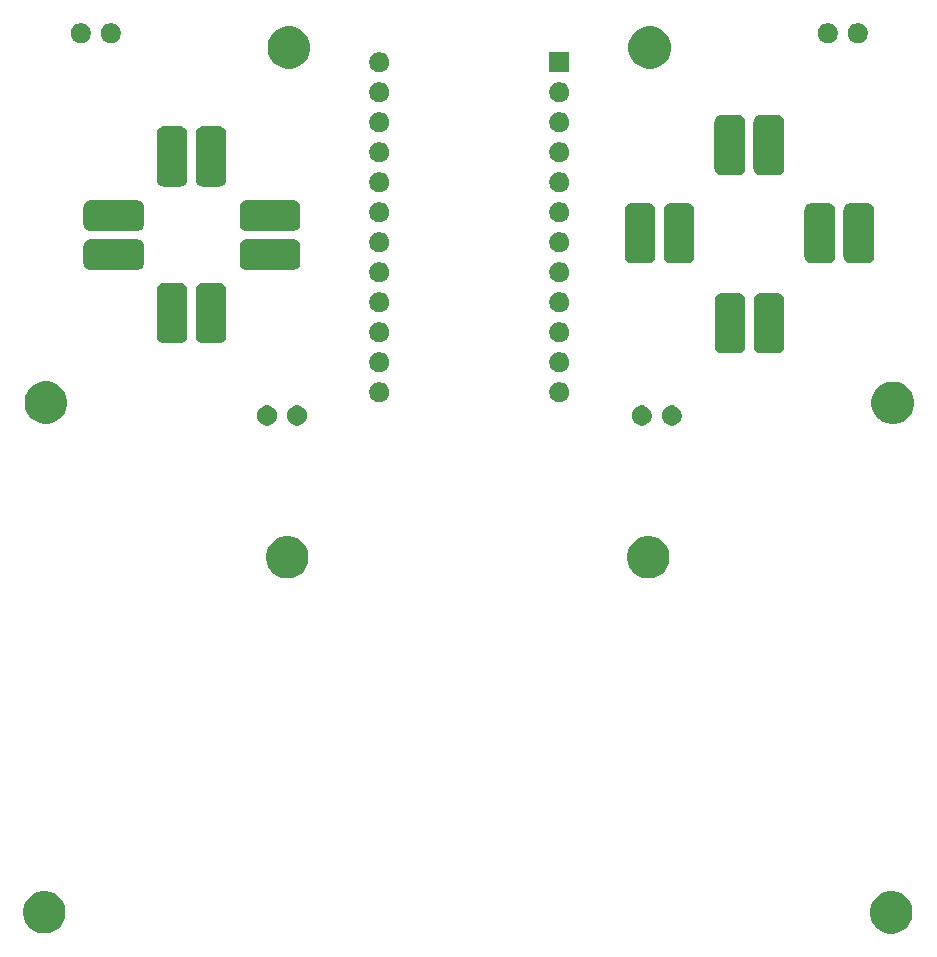
<source format=gbr>
G04 #@! TF.GenerationSoftware,KiCad,Pcbnew,5.0.2+dfsg1-1~bpo9+1*
G04 #@! TF.CreationDate,2019-06-02T18:57:07+01:00*
G04 #@! TF.ProjectId,ds_button_gamepad,64735f62-7574-4746-9f6e-5f67616d6570,rev?*
G04 #@! TF.SameCoordinates,Original*
G04 #@! TF.FileFunction,Soldermask,Top*
G04 #@! TF.FilePolarity,Negative*
%FSLAX46Y46*%
G04 Gerber Fmt 4.6, Leading zero omitted, Abs format (unit mm)*
G04 Created by KiCad (PCBNEW 5.0.2+dfsg1-1~bpo9+1) date Sun 02 Jun 2019 18:57:07 BST*
%MOMM*%
%LPD*%
G01*
G04 APERTURE LIST*
%ADD10C,0.100000*%
G04 APERTURE END LIST*
D10*
G36*
X128820731Y-127224011D02*
X129148492Y-127359774D01*
X129443473Y-127556874D01*
X129694326Y-127807727D01*
X129891426Y-128102708D01*
X130027189Y-128430469D01*
X130096400Y-128778416D01*
X130096400Y-129133184D01*
X130027189Y-129481131D01*
X129891426Y-129808892D01*
X129694326Y-130103873D01*
X129443473Y-130354726D01*
X129148492Y-130551826D01*
X128820731Y-130687589D01*
X128472784Y-130756800D01*
X128118016Y-130756800D01*
X127770069Y-130687589D01*
X127442308Y-130551826D01*
X127147327Y-130354726D01*
X126896474Y-130103873D01*
X126699374Y-129808892D01*
X126563611Y-129481131D01*
X126494400Y-129133184D01*
X126494400Y-128778416D01*
X126563611Y-128430469D01*
X126699374Y-128102708D01*
X126896474Y-127807727D01*
X127147327Y-127556874D01*
X127442308Y-127359774D01*
X127770069Y-127224011D01*
X128118016Y-127154800D01*
X128472784Y-127154800D01*
X128820731Y-127224011D01*
X128820731Y-127224011D01*
G37*
G36*
X57116531Y-127211311D02*
X57444292Y-127347074D01*
X57739273Y-127544174D01*
X57990126Y-127795027D01*
X58187226Y-128090008D01*
X58322989Y-128417769D01*
X58392200Y-128765716D01*
X58392200Y-129120484D01*
X58322989Y-129468431D01*
X58187226Y-129796192D01*
X57990126Y-130091173D01*
X57739273Y-130342026D01*
X57444292Y-130539126D01*
X57116531Y-130674889D01*
X56768584Y-130744100D01*
X56413816Y-130744100D01*
X56065869Y-130674889D01*
X55738108Y-130539126D01*
X55443127Y-130342026D01*
X55192274Y-130091173D01*
X54995174Y-129796192D01*
X54859411Y-129468431D01*
X54790200Y-129120484D01*
X54790200Y-128765716D01*
X54859411Y-128417769D01*
X54995174Y-128090008D01*
X55192274Y-127795027D01*
X55443127Y-127544174D01*
X55738108Y-127347074D01*
X56065869Y-127211311D01*
X56413816Y-127142100D01*
X56768584Y-127142100D01*
X57116531Y-127211311D01*
X57116531Y-127211311D01*
G37*
G36*
X77690531Y-97150411D02*
X78018292Y-97286174D01*
X78313273Y-97483274D01*
X78564126Y-97734127D01*
X78761226Y-98029108D01*
X78896989Y-98356869D01*
X78966200Y-98704816D01*
X78966200Y-99059584D01*
X78896989Y-99407531D01*
X78761226Y-99735292D01*
X78564126Y-100030273D01*
X78313273Y-100281126D01*
X78018292Y-100478226D01*
X77690531Y-100613989D01*
X77342584Y-100683200D01*
X76987816Y-100683200D01*
X76639869Y-100613989D01*
X76312108Y-100478226D01*
X76017127Y-100281126D01*
X75766274Y-100030273D01*
X75569174Y-99735292D01*
X75433411Y-99407531D01*
X75364200Y-99059584D01*
X75364200Y-98704816D01*
X75433411Y-98356869D01*
X75569174Y-98029108D01*
X75766274Y-97734127D01*
X76017127Y-97483274D01*
X76312108Y-97286174D01*
X76639869Y-97150411D01*
X76987816Y-97081200D01*
X77342584Y-97081200D01*
X77690531Y-97150411D01*
X77690531Y-97150411D01*
G37*
G36*
X108246731Y-97150411D02*
X108574492Y-97286174D01*
X108869473Y-97483274D01*
X109120326Y-97734127D01*
X109317426Y-98029108D01*
X109453189Y-98356869D01*
X109522400Y-98704816D01*
X109522400Y-99059584D01*
X109453189Y-99407531D01*
X109317426Y-99735292D01*
X109120326Y-100030273D01*
X108869473Y-100281126D01*
X108574492Y-100478226D01*
X108246731Y-100613989D01*
X107898784Y-100683200D01*
X107544016Y-100683200D01*
X107196069Y-100613989D01*
X106868308Y-100478226D01*
X106573327Y-100281126D01*
X106322474Y-100030273D01*
X106125374Y-99735292D01*
X105989611Y-99407531D01*
X105920400Y-99059584D01*
X105920400Y-98704816D01*
X105989611Y-98356869D01*
X106125374Y-98029108D01*
X106322474Y-97734127D01*
X106573327Y-97483274D01*
X106868308Y-97286174D01*
X107196069Y-97150411D01*
X107544016Y-97081200D01*
X107898784Y-97081200D01*
X108246731Y-97150411D01*
X108246731Y-97150411D01*
G37*
G36*
X107423528Y-86075103D02*
X107578400Y-86139253D01*
X107717781Y-86232385D01*
X107836315Y-86350919D01*
X107929447Y-86490300D01*
X107993597Y-86645172D01*
X108026300Y-86809584D01*
X108026300Y-86977216D01*
X107993597Y-87141628D01*
X107929447Y-87296500D01*
X107836315Y-87435881D01*
X107717781Y-87554415D01*
X107578400Y-87647547D01*
X107423528Y-87711697D01*
X107259116Y-87744400D01*
X107091484Y-87744400D01*
X106927072Y-87711697D01*
X106772200Y-87647547D01*
X106632819Y-87554415D01*
X106514285Y-87435881D01*
X106421153Y-87296500D01*
X106357003Y-87141628D01*
X106324300Y-86977216D01*
X106324300Y-86809584D01*
X106357003Y-86645172D01*
X106421153Y-86490300D01*
X106514285Y-86350919D01*
X106632819Y-86232385D01*
X106772200Y-86139253D01*
X106927072Y-86075103D01*
X107091484Y-86042400D01*
X107259116Y-86042400D01*
X107423528Y-86075103D01*
X107423528Y-86075103D01*
G37*
G36*
X109963528Y-86075103D02*
X110118400Y-86139253D01*
X110257781Y-86232385D01*
X110376315Y-86350919D01*
X110469447Y-86490300D01*
X110533597Y-86645172D01*
X110566300Y-86809584D01*
X110566300Y-86977216D01*
X110533597Y-87141628D01*
X110469447Y-87296500D01*
X110376315Y-87435881D01*
X110257781Y-87554415D01*
X110118400Y-87647547D01*
X109963528Y-87711697D01*
X109799116Y-87744400D01*
X109631484Y-87744400D01*
X109467072Y-87711697D01*
X109312200Y-87647547D01*
X109172819Y-87554415D01*
X109054285Y-87435881D01*
X108961153Y-87296500D01*
X108897003Y-87141628D01*
X108864300Y-86977216D01*
X108864300Y-86809584D01*
X108897003Y-86645172D01*
X108961153Y-86490300D01*
X109054285Y-86350919D01*
X109172819Y-86232385D01*
X109312200Y-86139253D01*
X109467072Y-86075103D01*
X109631484Y-86042400D01*
X109799116Y-86042400D01*
X109963528Y-86075103D01*
X109963528Y-86075103D01*
G37*
G36*
X78251628Y-86075103D02*
X78406500Y-86139253D01*
X78545881Y-86232385D01*
X78664415Y-86350919D01*
X78757547Y-86490300D01*
X78821697Y-86645172D01*
X78854400Y-86809584D01*
X78854400Y-86977216D01*
X78821697Y-87141628D01*
X78757547Y-87296500D01*
X78664415Y-87435881D01*
X78545881Y-87554415D01*
X78406500Y-87647547D01*
X78251628Y-87711697D01*
X78087216Y-87744400D01*
X77919584Y-87744400D01*
X77755172Y-87711697D01*
X77600300Y-87647547D01*
X77460919Y-87554415D01*
X77342385Y-87435881D01*
X77249253Y-87296500D01*
X77185103Y-87141628D01*
X77152400Y-86977216D01*
X77152400Y-86809584D01*
X77185103Y-86645172D01*
X77249253Y-86490300D01*
X77342385Y-86350919D01*
X77460919Y-86232385D01*
X77600300Y-86139253D01*
X77755172Y-86075103D01*
X77919584Y-86042400D01*
X78087216Y-86042400D01*
X78251628Y-86075103D01*
X78251628Y-86075103D01*
G37*
G36*
X75711628Y-86075103D02*
X75866500Y-86139253D01*
X76005881Y-86232385D01*
X76124415Y-86350919D01*
X76217547Y-86490300D01*
X76281697Y-86645172D01*
X76314400Y-86809584D01*
X76314400Y-86977216D01*
X76281697Y-87141628D01*
X76217547Y-87296500D01*
X76124415Y-87435881D01*
X76005881Y-87554415D01*
X75866500Y-87647547D01*
X75711628Y-87711697D01*
X75547216Y-87744400D01*
X75379584Y-87744400D01*
X75215172Y-87711697D01*
X75060300Y-87647547D01*
X74920919Y-87554415D01*
X74802385Y-87435881D01*
X74709253Y-87296500D01*
X74645103Y-87141628D01*
X74612400Y-86977216D01*
X74612400Y-86809584D01*
X74645103Y-86645172D01*
X74709253Y-86490300D01*
X74802385Y-86350919D01*
X74920919Y-86232385D01*
X75060300Y-86139253D01*
X75215172Y-86075103D01*
X75379584Y-86042400D01*
X75547216Y-86042400D01*
X75711628Y-86075103D01*
X75711628Y-86075103D01*
G37*
G36*
X128960431Y-84082111D02*
X129288192Y-84217874D01*
X129583173Y-84414974D01*
X129834026Y-84665827D01*
X130031126Y-84960808D01*
X130166889Y-85288569D01*
X130236100Y-85636516D01*
X130236100Y-85991284D01*
X130166889Y-86339231D01*
X130031126Y-86666992D01*
X129834026Y-86961973D01*
X129583173Y-87212826D01*
X129288192Y-87409926D01*
X128960431Y-87545689D01*
X128612484Y-87614900D01*
X128257716Y-87614900D01*
X127909769Y-87545689D01*
X127582008Y-87409926D01*
X127287027Y-87212826D01*
X127036174Y-86961973D01*
X126839074Y-86666992D01*
X126703311Y-86339231D01*
X126634100Y-85991284D01*
X126634100Y-85636516D01*
X126703311Y-85288569D01*
X126839074Y-84960808D01*
X127036174Y-84665827D01*
X127287027Y-84414974D01*
X127582008Y-84217874D01*
X127909769Y-84082111D01*
X128257716Y-84012900D01*
X128612484Y-84012900D01*
X128960431Y-84082111D01*
X128960431Y-84082111D01*
G37*
G36*
X57256231Y-84069411D02*
X57583992Y-84205174D01*
X57878973Y-84402274D01*
X58129826Y-84653127D01*
X58326926Y-84948108D01*
X58462689Y-85275869D01*
X58531900Y-85623816D01*
X58531900Y-85978584D01*
X58462689Y-86326531D01*
X58326926Y-86654292D01*
X58129826Y-86949273D01*
X57878973Y-87200126D01*
X57583992Y-87397226D01*
X57256231Y-87532989D01*
X56908284Y-87602200D01*
X56553516Y-87602200D01*
X56205569Y-87532989D01*
X55877808Y-87397226D01*
X55582827Y-87200126D01*
X55331974Y-86949273D01*
X55134874Y-86654292D01*
X54999111Y-86326531D01*
X54929900Y-85978584D01*
X54929900Y-85623816D01*
X54999111Y-85275869D01*
X55134874Y-84948108D01*
X55331974Y-84653127D01*
X55582827Y-84402274D01*
X55877808Y-84205174D01*
X56205569Y-84069411D01*
X56553516Y-84000200D01*
X56908284Y-84000200D01*
X57256231Y-84069411D01*
X57256231Y-84069411D01*
G37*
G36*
X85211228Y-84106603D02*
X85366100Y-84170753D01*
X85505481Y-84263885D01*
X85624015Y-84382419D01*
X85717147Y-84521800D01*
X85781297Y-84676672D01*
X85814000Y-84841084D01*
X85814000Y-85008716D01*
X85781297Y-85173128D01*
X85717147Y-85328000D01*
X85624015Y-85467381D01*
X85505481Y-85585915D01*
X85366100Y-85679047D01*
X85211228Y-85743197D01*
X85046816Y-85775900D01*
X84879184Y-85775900D01*
X84714772Y-85743197D01*
X84559900Y-85679047D01*
X84420519Y-85585915D01*
X84301985Y-85467381D01*
X84208853Y-85328000D01*
X84144703Y-85173128D01*
X84112000Y-85008716D01*
X84112000Y-84841084D01*
X84144703Y-84676672D01*
X84208853Y-84521800D01*
X84301985Y-84382419D01*
X84420519Y-84263885D01*
X84559900Y-84170753D01*
X84714772Y-84106603D01*
X84879184Y-84073900D01*
X85046816Y-84073900D01*
X85211228Y-84106603D01*
X85211228Y-84106603D01*
G37*
G36*
X100451228Y-84106603D02*
X100606100Y-84170753D01*
X100745481Y-84263885D01*
X100864015Y-84382419D01*
X100957147Y-84521800D01*
X101021297Y-84676672D01*
X101054000Y-84841084D01*
X101054000Y-85008716D01*
X101021297Y-85173128D01*
X100957147Y-85328000D01*
X100864015Y-85467381D01*
X100745481Y-85585915D01*
X100606100Y-85679047D01*
X100451228Y-85743197D01*
X100286816Y-85775900D01*
X100119184Y-85775900D01*
X99954772Y-85743197D01*
X99799900Y-85679047D01*
X99660519Y-85585915D01*
X99541985Y-85467381D01*
X99448853Y-85328000D01*
X99384703Y-85173128D01*
X99352000Y-85008716D01*
X99352000Y-84841084D01*
X99384703Y-84676672D01*
X99448853Y-84521800D01*
X99541985Y-84382419D01*
X99660519Y-84263885D01*
X99799900Y-84170753D01*
X99954772Y-84106603D01*
X100119184Y-84073900D01*
X100286816Y-84073900D01*
X100451228Y-84106603D01*
X100451228Y-84106603D01*
G37*
G36*
X100451228Y-81566603D02*
X100606100Y-81630753D01*
X100745481Y-81723885D01*
X100864015Y-81842419D01*
X100957147Y-81981800D01*
X101021297Y-82136672D01*
X101054000Y-82301084D01*
X101054000Y-82468716D01*
X101021297Y-82633128D01*
X100957147Y-82788000D01*
X100864015Y-82927381D01*
X100745481Y-83045915D01*
X100606100Y-83139047D01*
X100451228Y-83203197D01*
X100286816Y-83235900D01*
X100119184Y-83235900D01*
X99954772Y-83203197D01*
X99799900Y-83139047D01*
X99660519Y-83045915D01*
X99541985Y-82927381D01*
X99448853Y-82788000D01*
X99384703Y-82633128D01*
X99352000Y-82468716D01*
X99352000Y-82301084D01*
X99384703Y-82136672D01*
X99448853Y-81981800D01*
X99541985Y-81842419D01*
X99660519Y-81723885D01*
X99799900Y-81630753D01*
X99954772Y-81566603D01*
X100119184Y-81533900D01*
X100286816Y-81533900D01*
X100451228Y-81566603D01*
X100451228Y-81566603D01*
G37*
G36*
X85211228Y-81566603D02*
X85366100Y-81630753D01*
X85505481Y-81723885D01*
X85624015Y-81842419D01*
X85717147Y-81981800D01*
X85781297Y-82136672D01*
X85814000Y-82301084D01*
X85814000Y-82468716D01*
X85781297Y-82633128D01*
X85717147Y-82788000D01*
X85624015Y-82927381D01*
X85505481Y-83045915D01*
X85366100Y-83139047D01*
X85211228Y-83203197D01*
X85046816Y-83235900D01*
X84879184Y-83235900D01*
X84714772Y-83203197D01*
X84559900Y-83139047D01*
X84420519Y-83045915D01*
X84301985Y-82927381D01*
X84208853Y-82788000D01*
X84144703Y-82633128D01*
X84112000Y-82468716D01*
X84112000Y-82301084D01*
X84144703Y-82136672D01*
X84208853Y-81981800D01*
X84301985Y-81842419D01*
X84420519Y-81723885D01*
X84559900Y-81630753D01*
X84714772Y-81566603D01*
X84879184Y-81533900D01*
X85046816Y-81533900D01*
X85211228Y-81566603D01*
X85211228Y-81566603D01*
G37*
G36*
X115495891Y-76543791D02*
X115606091Y-76577220D01*
X115707637Y-76631497D01*
X115796651Y-76704549D01*
X115869703Y-76793563D01*
X115923980Y-76895109D01*
X115957409Y-77005309D01*
X115969300Y-77126040D01*
X115969300Y-81039760D01*
X115957409Y-81160491D01*
X115923980Y-81270691D01*
X115869703Y-81372237D01*
X115796651Y-81461251D01*
X115707637Y-81534303D01*
X115606091Y-81588580D01*
X115495891Y-81622009D01*
X115375160Y-81633900D01*
X113961440Y-81633900D01*
X113840709Y-81622009D01*
X113730509Y-81588580D01*
X113628963Y-81534303D01*
X113539949Y-81461251D01*
X113466897Y-81372237D01*
X113412620Y-81270691D01*
X113379191Y-81160491D01*
X113367300Y-81039760D01*
X113367300Y-77126040D01*
X113379191Y-77005309D01*
X113412620Y-76895109D01*
X113466897Y-76793563D01*
X113539949Y-76704549D01*
X113628963Y-76631497D01*
X113730509Y-76577220D01*
X113840709Y-76543791D01*
X113961440Y-76531900D01*
X115375160Y-76531900D01*
X115495891Y-76543791D01*
X115495891Y-76543791D01*
G37*
G36*
X118797891Y-76543791D02*
X118908091Y-76577220D01*
X119009637Y-76631497D01*
X119098651Y-76704549D01*
X119171703Y-76793563D01*
X119225980Y-76895109D01*
X119259409Y-77005309D01*
X119271300Y-77126040D01*
X119271300Y-81039760D01*
X119259409Y-81160491D01*
X119225980Y-81270691D01*
X119171703Y-81372237D01*
X119098651Y-81461251D01*
X119009637Y-81534303D01*
X118908091Y-81588580D01*
X118797891Y-81622009D01*
X118677160Y-81633900D01*
X117263440Y-81633900D01*
X117142709Y-81622009D01*
X117032509Y-81588580D01*
X116930963Y-81534303D01*
X116841949Y-81461251D01*
X116768897Y-81372237D01*
X116714620Y-81270691D01*
X116681191Y-81160491D01*
X116669300Y-81039760D01*
X116669300Y-77126040D01*
X116681191Y-77005309D01*
X116714620Y-76895109D01*
X116768897Y-76793563D01*
X116841949Y-76704549D01*
X116930963Y-76631497D01*
X117032509Y-76577220D01*
X117142709Y-76543791D01*
X117263440Y-76531900D01*
X118677160Y-76531900D01*
X118797891Y-76543791D01*
X118797891Y-76543791D01*
G37*
G36*
X71553891Y-75654791D02*
X71664091Y-75688220D01*
X71765637Y-75742497D01*
X71854651Y-75815549D01*
X71927703Y-75904563D01*
X71981980Y-76006109D01*
X72015409Y-76116309D01*
X72027300Y-76237040D01*
X72027300Y-80150760D01*
X72015409Y-80271491D01*
X71981980Y-80381691D01*
X71927703Y-80483237D01*
X71854651Y-80572251D01*
X71765637Y-80645303D01*
X71664091Y-80699580D01*
X71553891Y-80733009D01*
X71433160Y-80744900D01*
X70019440Y-80744900D01*
X69898709Y-80733009D01*
X69788509Y-80699580D01*
X69686963Y-80645303D01*
X69597949Y-80572251D01*
X69524897Y-80483237D01*
X69470620Y-80381691D01*
X69437191Y-80271491D01*
X69425300Y-80150760D01*
X69425300Y-76237040D01*
X69437191Y-76116309D01*
X69470620Y-76006109D01*
X69524897Y-75904563D01*
X69597949Y-75815549D01*
X69686963Y-75742497D01*
X69788509Y-75688220D01*
X69898709Y-75654791D01*
X70019440Y-75642900D01*
X71433160Y-75642900D01*
X71553891Y-75654791D01*
X71553891Y-75654791D01*
G37*
G36*
X68251891Y-75654791D02*
X68362091Y-75688220D01*
X68463637Y-75742497D01*
X68552651Y-75815549D01*
X68625703Y-75904563D01*
X68679980Y-76006109D01*
X68713409Y-76116309D01*
X68725300Y-76237040D01*
X68725300Y-80150760D01*
X68713409Y-80271491D01*
X68679980Y-80381691D01*
X68625703Y-80483237D01*
X68552651Y-80572251D01*
X68463637Y-80645303D01*
X68362091Y-80699580D01*
X68251891Y-80733009D01*
X68131160Y-80744900D01*
X66717440Y-80744900D01*
X66596709Y-80733009D01*
X66486509Y-80699580D01*
X66384963Y-80645303D01*
X66295949Y-80572251D01*
X66222897Y-80483237D01*
X66168620Y-80381691D01*
X66135191Y-80271491D01*
X66123300Y-80150760D01*
X66123300Y-76237040D01*
X66135191Y-76116309D01*
X66168620Y-76006109D01*
X66222897Y-75904563D01*
X66295949Y-75815549D01*
X66384963Y-75742497D01*
X66486509Y-75688220D01*
X66596709Y-75654791D01*
X66717440Y-75642900D01*
X68131160Y-75642900D01*
X68251891Y-75654791D01*
X68251891Y-75654791D01*
G37*
G36*
X100451228Y-79026603D02*
X100606100Y-79090753D01*
X100745481Y-79183885D01*
X100864015Y-79302419D01*
X100957147Y-79441800D01*
X101021297Y-79596672D01*
X101054000Y-79761084D01*
X101054000Y-79928716D01*
X101021297Y-80093128D01*
X100957147Y-80248000D01*
X100864015Y-80387381D01*
X100745481Y-80505915D01*
X100606100Y-80599047D01*
X100451228Y-80663197D01*
X100286816Y-80695900D01*
X100119184Y-80695900D01*
X99954772Y-80663197D01*
X99799900Y-80599047D01*
X99660519Y-80505915D01*
X99541985Y-80387381D01*
X99448853Y-80248000D01*
X99384703Y-80093128D01*
X99352000Y-79928716D01*
X99352000Y-79761084D01*
X99384703Y-79596672D01*
X99448853Y-79441800D01*
X99541985Y-79302419D01*
X99660519Y-79183885D01*
X99799900Y-79090753D01*
X99954772Y-79026603D01*
X100119184Y-78993900D01*
X100286816Y-78993900D01*
X100451228Y-79026603D01*
X100451228Y-79026603D01*
G37*
G36*
X85211228Y-79026603D02*
X85366100Y-79090753D01*
X85505481Y-79183885D01*
X85624015Y-79302419D01*
X85717147Y-79441800D01*
X85781297Y-79596672D01*
X85814000Y-79761084D01*
X85814000Y-79928716D01*
X85781297Y-80093128D01*
X85717147Y-80248000D01*
X85624015Y-80387381D01*
X85505481Y-80505915D01*
X85366100Y-80599047D01*
X85211228Y-80663197D01*
X85046816Y-80695900D01*
X84879184Y-80695900D01*
X84714772Y-80663197D01*
X84559900Y-80599047D01*
X84420519Y-80505915D01*
X84301985Y-80387381D01*
X84208853Y-80248000D01*
X84144703Y-80093128D01*
X84112000Y-79928716D01*
X84112000Y-79761084D01*
X84144703Y-79596672D01*
X84208853Y-79441800D01*
X84301985Y-79302419D01*
X84420519Y-79183885D01*
X84559900Y-79090753D01*
X84714772Y-79026603D01*
X84879184Y-78993900D01*
X85046816Y-78993900D01*
X85211228Y-79026603D01*
X85211228Y-79026603D01*
G37*
G36*
X100451228Y-76486603D02*
X100606100Y-76550753D01*
X100745481Y-76643885D01*
X100864015Y-76762419D01*
X100957147Y-76901800D01*
X101021297Y-77056672D01*
X101054000Y-77221084D01*
X101054000Y-77388716D01*
X101021297Y-77553128D01*
X100957147Y-77708000D01*
X100864015Y-77847381D01*
X100745481Y-77965915D01*
X100606100Y-78059047D01*
X100451228Y-78123197D01*
X100286816Y-78155900D01*
X100119184Y-78155900D01*
X99954772Y-78123197D01*
X99799900Y-78059047D01*
X99660519Y-77965915D01*
X99541985Y-77847381D01*
X99448853Y-77708000D01*
X99384703Y-77553128D01*
X99352000Y-77388716D01*
X99352000Y-77221084D01*
X99384703Y-77056672D01*
X99448853Y-76901800D01*
X99541985Y-76762419D01*
X99660519Y-76643885D01*
X99799900Y-76550753D01*
X99954772Y-76486603D01*
X100119184Y-76453900D01*
X100286816Y-76453900D01*
X100451228Y-76486603D01*
X100451228Y-76486603D01*
G37*
G36*
X85211228Y-76486603D02*
X85366100Y-76550753D01*
X85505481Y-76643885D01*
X85624015Y-76762419D01*
X85717147Y-76901800D01*
X85781297Y-77056672D01*
X85814000Y-77221084D01*
X85814000Y-77388716D01*
X85781297Y-77553128D01*
X85717147Y-77708000D01*
X85624015Y-77847381D01*
X85505481Y-77965915D01*
X85366100Y-78059047D01*
X85211228Y-78123197D01*
X85046816Y-78155900D01*
X84879184Y-78155900D01*
X84714772Y-78123197D01*
X84559900Y-78059047D01*
X84420519Y-77965915D01*
X84301985Y-77847381D01*
X84208853Y-77708000D01*
X84144703Y-77553128D01*
X84112000Y-77388716D01*
X84112000Y-77221084D01*
X84144703Y-77056672D01*
X84208853Y-76901800D01*
X84301985Y-76762419D01*
X84420519Y-76643885D01*
X84559900Y-76550753D01*
X84714772Y-76486603D01*
X84879184Y-76453900D01*
X85046816Y-76453900D01*
X85211228Y-76486603D01*
X85211228Y-76486603D01*
G37*
G36*
X100451228Y-73946603D02*
X100606100Y-74010753D01*
X100745481Y-74103885D01*
X100864015Y-74222419D01*
X100957147Y-74361800D01*
X101021297Y-74516672D01*
X101054000Y-74681084D01*
X101054000Y-74848716D01*
X101021297Y-75013128D01*
X100957147Y-75168000D01*
X100864015Y-75307381D01*
X100745481Y-75425915D01*
X100606100Y-75519047D01*
X100451228Y-75583197D01*
X100286816Y-75615900D01*
X100119184Y-75615900D01*
X99954772Y-75583197D01*
X99799900Y-75519047D01*
X99660519Y-75425915D01*
X99541985Y-75307381D01*
X99448853Y-75168000D01*
X99384703Y-75013128D01*
X99352000Y-74848716D01*
X99352000Y-74681084D01*
X99384703Y-74516672D01*
X99448853Y-74361800D01*
X99541985Y-74222419D01*
X99660519Y-74103885D01*
X99799900Y-74010753D01*
X99954772Y-73946603D01*
X100119184Y-73913900D01*
X100286816Y-73913900D01*
X100451228Y-73946603D01*
X100451228Y-73946603D01*
G37*
G36*
X85211228Y-73946603D02*
X85366100Y-74010753D01*
X85505481Y-74103885D01*
X85624015Y-74222419D01*
X85717147Y-74361800D01*
X85781297Y-74516672D01*
X85814000Y-74681084D01*
X85814000Y-74848716D01*
X85781297Y-75013128D01*
X85717147Y-75168000D01*
X85624015Y-75307381D01*
X85505481Y-75425915D01*
X85366100Y-75519047D01*
X85211228Y-75583197D01*
X85046816Y-75615900D01*
X84879184Y-75615900D01*
X84714772Y-75583197D01*
X84559900Y-75519047D01*
X84420519Y-75425915D01*
X84301985Y-75307381D01*
X84208853Y-75168000D01*
X84144703Y-75013128D01*
X84112000Y-74848716D01*
X84112000Y-74681084D01*
X84144703Y-74516672D01*
X84208853Y-74361800D01*
X84301985Y-74222419D01*
X84420519Y-74103885D01*
X84559900Y-74010753D01*
X84714772Y-73946603D01*
X84879184Y-73913900D01*
X85046816Y-73913900D01*
X85211228Y-73946603D01*
X85211228Y-73946603D01*
G37*
G36*
X64548891Y-71964491D02*
X64659091Y-71997920D01*
X64760637Y-72052197D01*
X64849651Y-72125249D01*
X64922703Y-72214263D01*
X64976980Y-72315809D01*
X65010409Y-72426009D01*
X65022300Y-72546740D01*
X65022300Y-73960460D01*
X65010409Y-74081191D01*
X64976980Y-74191391D01*
X64922703Y-74292937D01*
X64849651Y-74381951D01*
X64760637Y-74455003D01*
X64659091Y-74509280D01*
X64548891Y-74542709D01*
X64428160Y-74554600D01*
X60514440Y-74554600D01*
X60393709Y-74542709D01*
X60283509Y-74509280D01*
X60181963Y-74455003D01*
X60092949Y-74381951D01*
X60019897Y-74292937D01*
X59965620Y-74191391D01*
X59932191Y-74081191D01*
X59920300Y-73960460D01*
X59920300Y-72546740D01*
X59932191Y-72426009D01*
X59965620Y-72315809D01*
X60019897Y-72214263D01*
X60092949Y-72125249D01*
X60181963Y-72052197D01*
X60283509Y-71997920D01*
X60393709Y-71964491D01*
X60514440Y-71952600D01*
X64428160Y-71952600D01*
X64548891Y-71964491D01*
X64548891Y-71964491D01*
G37*
G36*
X77782291Y-71964491D02*
X77892491Y-71997920D01*
X77994037Y-72052197D01*
X78083051Y-72125249D01*
X78156103Y-72214263D01*
X78210380Y-72315809D01*
X78243809Y-72426009D01*
X78255700Y-72546740D01*
X78255700Y-73960460D01*
X78243809Y-74081191D01*
X78210380Y-74191391D01*
X78156103Y-74292937D01*
X78083051Y-74381951D01*
X77994037Y-74455003D01*
X77892491Y-74509280D01*
X77782291Y-74542709D01*
X77661560Y-74554600D01*
X73747840Y-74554600D01*
X73627109Y-74542709D01*
X73516909Y-74509280D01*
X73415363Y-74455003D01*
X73326349Y-74381951D01*
X73253297Y-74292937D01*
X73199020Y-74191391D01*
X73165591Y-74081191D01*
X73153700Y-73960460D01*
X73153700Y-72546740D01*
X73165591Y-72426009D01*
X73199020Y-72315809D01*
X73253297Y-72214263D01*
X73326349Y-72125249D01*
X73415363Y-72052197D01*
X73516909Y-71997920D01*
X73627109Y-71964491D01*
X73747840Y-71952600D01*
X77661560Y-71952600D01*
X77782291Y-71964491D01*
X77782291Y-71964491D01*
G37*
G36*
X123090491Y-68911091D02*
X123200691Y-68944520D01*
X123302237Y-68998797D01*
X123391251Y-69071849D01*
X123464303Y-69160863D01*
X123518580Y-69262409D01*
X123552009Y-69372609D01*
X123563900Y-69493340D01*
X123563900Y-73407060D01*
X123552009Y-73527791D01*
X123518580Y-73637991D01*
X123464303Y-73739537D01*
X123391251Y-73828551D01*
X123302237Y-73901603D01*
X123200691Y-73955880D01*
X123090491Y-73989309D01*
X122969760Y-74001200D01*
X121556040Y-74001200D01*
X121435309Y-73989309D01*
X121325109Y-73955880D01*
X121223563Y-73901603D01*
X121134549Y-73828551D01*
X121061497Y-73739537D01*
X121007220Y-73637991D01*
X120973791Y-73527791D01*
X120961900Y-73407060D01*
X120961900Y-69493340D01*
X120973791Y-69372609D01*
X121007220Y-69262409D01*
X121061497Y-69160863D01*
X121134549Y-69071849D01*
X121223563Y-68998797D01*
X121325109Y-68944520D01*
X121435309Y-68911091D01*
X121556040Y-68899200D01*
X122969760Y-68899200D01*
X123090491Y-68911091D01*
X123090491Y-68911091D01*
G37*
G36*
X107875891Y-68911091D02*
X107986091Y-68944520D01*
X108087637Y-68998797D01*
X108176651Y-69071849D01*
X108249703Y-69160863D01*
X108303980Y-69262409D01*
X108337409Y-69372609D01*
X108349300Y-69493340D01*
X108349300Y-73407060D01*
X108337409Y-73527791D01*
X108303980Y-73637991D01*
X108249703Y-73739537D01*
X108176651Y-73828551D01*
X108087637Y-73901603D01*
X107986091Y-73955880D01*
X107875891Y-73989309D01*
X107755160Y-74001200D01*
X106341440Y-74001200D01*
X106220709Y-73989309D01*
X106110509Y-73955880D01*
X106008963Y-73901603D01*
X105919949Y-73828551D01*
X105846897Y-73739537D01*
X105792620Y-73637991D01*
X105759191Y-73527791D01*
X105747300Y-73407060D01*
X105747300Y-69493340D01*
X105759191Y-69372609D01*
X105792620Y-69262409D01*
X105846897Y-69160863D01*
X105919949Y-69071849D01*
X106008963Y-68998797D01*
X106110509Y-68944520D01*
X106220709Y-68911091D01*
X106341440Y-68899200D01*
X107755160Y-68899200D01*
X107875891Y-68911091D01*
X107875891Y-68911091D01*
G37*
G36*
X126392491Y-68911091D02*
X126502691Y-68944520D01*
X126604237Y-68998797D01*
X126693251Y-69071849D01*
X126766303Y-69160863D01*
X126820580Y-69262409D01*
X126854009Y-69372609D01*
X126865900Y-69493340D01*
X126865900Y-73407060D01*
X126854009Y-73527791D01*
X126820580Y-73637991D01*
X126766303Y-73739537D01*
X126693251Y-73828551D01*
X126604237Y-73901603D01*
X126502691Y-73955880D01*
X126392491Y-73989309D01*
X126271760Y-74001200D01*
X124858040Y-74001200D01*
X124737309Y-73989309D01*
X124627109Y-73955880D01*
X124525563Y-73901603D01*
X124436549Y-73828551D01*
X124363497Y-73739537D01*
X124309220Y-73637991D01*
X124275791Y-73527791D01*
X124263900Y-73407060D01*
X124263900Y-69493340D01*
X124275791Y-69372609D01*
X124309220Y-69262409D01*
X124363497Y-69160863D01*
X124436549Y-69071849D01*
X124525563Y-68998797D01*
X124627109Y-68944520D01*
X124737309Y-68911091D01*
X124858040Y-68899200D01*
X126271760Y-68899200D01*
X126392491Y-68911091D01*
X126392491Y-68911091D01*
G37*
G36*
X111177891Y-68911091D02*
X111288091Y-68944520D01*
X111389637Y-68998797D01*
X111478651Y-69071849D01*
X111551703Y-69160863D01*
X111605980Y-69262409D01*
X111639409Y-69372609D01*
X111651300Y-69493340D01*
X111651300Y-73407060D01*
X111639409Y-73527791D01*
X111605980Y-73637991D01*
X111551703Y-73739537D01*
X111478651Y-73828551D01*
X111389637Y-73901603D01*
X111288091Y-73955880D01*
X111177891Y-73989309D01*
X111057160Y-74001200D01*
X109643440Y-74001200D01*
X109522709Y-73989309D01*
X109412509Y-73955880D01*
X109310963Y-73901603D01*
X109221949Y-73828551D01*
X109148897Y-73739537D01*
X109094620Y-73637991D01*
X109061191Y-73527791D01*
X109049300Y-73407060D01*
X109049300Y-69493340D01*
X109061191Y-69372609D01*
X109094620Y-69262409D01*
X109148897Y-69160863D01*
X109221949Y-69071849D01*
X109310963Y-68998797D01*
X109412509Y-68944520D01*
X109522709Y-68911091D01*
X109643440Y-68899200D01*
X111057160Y-68899200D01*
X111177891Y-68911091D01*
X111177891Y-68911091D01*
G37*
G36*
X100451228Y-71406603D02*
X100606100Y-71470753D01*
X100745481Y-71563885D01*
X100864015Y-71682419D01*
X100957147Y-71821800D01*
X101021297Y-71976672D01*
X101054000Y-72141084D01*
X101054000Y-72308716D01*
X101021297Y-72473128D01*
X100957147Y-72628000D01*
X100864015Y-72767381D01*
X100745481Y-72885915D01*
X100606100Y-72979047D01*
X100451228Y-73043197D01*
X100286816Y-73075900D01*
X100119184Y-73075900D01*
X99954772Y-73043197D01*
X99799900Y-72979047D01*
X99660519Y-72885915D01*
X99541985Y-72767381D01*
X99448853Y-72628000D01*
X99384703Y-72473128D01*
X99352000Y-72308716D01*
X99352000Y-72141084D01*
X99384703Y-71976672D01*
X99448853Y-71821800D01*
X99541985Y-71682419D01*
X99660519Y-71563885D01*
X99799900Y-71470753D01*
X99954772Y-71406603D01*
X100119184Y-71373900D01*
X100286816Y-71373900D01*
X100451228Y-71406603D01*
X100451228Y-71406603D01*
G37*
G36*
X85211228Y-71406603D02*
X85366100Y-71470753D01*
X85505481Y-71563885D01*
X85624015Y-71682419D01*
X85717147Y-71821800D01*
X85781297Y-71976672D01*
X85814000Y-72141084D01*
X85814000Y-72308716D01*
X85781297Y-72473128D01*
X85717147Y-72628000D01*
X85624015Y-72767381D01*
X85505481Y-72885915D01*
X85366100Y-72979047D01*
X85211228Y-73043197D01*
X85046816Y-73075900D01*
X84879184Y-73075900D01*
X84714772Y-73043197D01*
X84559900Y-72979047D01*
X84420519Y-72885915D01*
X84301985Y-72767381D01*
X84208853Y-72628000D01*
X84144703Y-72473128D01*
X84112000Y-72308716D01*
X84112000Y-72141084D01*
X84144703Y-71976672D01*
X84208853Y-71821800D01*
X84301985Y-71682419D01*
X84420519Y-71563885D01*
X84559900Y-71470753D01*
X84714772Y-71406603D01*
X84879184Y-71373900D01*
X85046816Y-71373900D01*
X85211228Y-71406603D01*
X85211228Y-71406603D01*
G37*
G36*
X77782291Y-68662491D02*
X77892491Y-68695920D01*
X77994037Y-68750197D01*
X78083051Y-68823249D01*
X78156103Y-68912263D01*
X78210380Y-69013809D01*
X78243809Y-69124009D01*
X78255700Y-69244740D01*
X78255700Y-70658460D01*
X78243809Y-70779191D01*
X78210380Y-70889391D01*
X78156103Y-70990937D01*
X78083051Y-71079951D01*
X77994037Y-71153003D01*
X77892491Y-71207280D01*
X77782291Y-71240709D01*
X77661560Y-71252600D01*
X73747840Y-71252600D01*
X73627109Y-71240709D01*
X73516909Y-71207280D01*
X73415363Y-71153003D01*
X73326349Y-71079951D01*
X73253297Y-70990937D01*
X73199020Y-70889391D01*
X73165591Y-70779191D01*
X73153700Y-70658460D01*
X73153700Y-69244740D01*
X73165591Y-69124009D01*
X73199020Y-69013809D01*
X73253297Y-68912263D01*
X73326349Y-68823249D01*
X73415363Y-68750197D01*
X73516909Y-68695920D01*
X73627109Y-68662491D01*
X73747840Y-68650600D01*
X77661560Y-68650600D01*
X77782291Y-68662491D01*
X77782291Y-68662491D01*
G37*
G36*
X64548891Y-68662491D02*
X64659091Y-68695920D01*
X64760637Y-68750197D01*
X64849651Y-68823249D01*
X64922703Y-68912263D01*
X64976980Y-69013809D01*
X65010409Y-69124009D01*
X65022300Y-69244740D01*
X65022300Y-70658460D01*
X65010409Y-70779191D01*
X64976980Y-70889391D01*
X64922703Y-70990937D01*
X64849651Y-71079951D01*
X64760637Y-71153003D01*
X64659091Y-71207280D01*
X64548891Y-71240709D01*
X64428160Y-71252600D01*
X60514440Y-71252600D01*
X60393709Y-71240709D01*
X60283509Y-71207280D01*
X60181963Y-71153003D01*
X60092949Y-71079951D01*
X60019897Y-70990937D01*
X59965620Y-70889391D01*
X59932191Y-70779191D01*
X59920300Y-70658460D01*
X59920300Y-69244740D01*
X59932191Y-69124009D01*
X59965620Y-69013809D01*
X60019897Y-68912263D01*
X60092949Y-68823249D01*
X60181963Y-68750197D01*
X60283509Y-68695920D01*
X60393709Y-68662491D01*
X60514440Y-68650600D01*
X64428160Y-68650600D01*
X64548891Y-68662491D01*
X64548891Y-68662491D01*
G37*
G36*
X100451228Y-68866603D02*
X100606100Y-68930753D01*
X100745481Y-69023885D01*
X100864015Y-69142419D01*
X100957147Y-69281800D01*
X101021297Y-69436672D01*
X101054000Y-69601084D01*
X101054000Y-69768716D01*
X101021297Y-69933128D01*
X100957147Y-70088000D01*
X100864015Y-70227381D01*
X100745481Y-70345915D01*
X100606100Y-70439047D01*
X100451228Y-70503197D01*
X100286816Y-70535900D01*
X100119184Y-70535900D01*
X99954772Y-70503197D01*
X99799900Y-70439047D01*
X99660519Y-70345915D01*
X99541985Y-70227381D01*
X99448853Y-70088000D01*
X99384703Y-69933128D01*
X99352000Y-69768716D01*
X99352000Y-69601084D01*
X99384703Y-69436672D01*
X99448853Y-69281800D01*
X99541985Y-69142419D01*
X99660519Y-69023885D01*
X99799900Y-68930753D01*
X99954772Y-68866603D01*
X100119184Y-68833900D01*
X100286816Y-68833900D01*
X100451228Y-68866603D01*
X100451228Y-68866603D01*
G37*
G36*
X85211228Y-68866603D02*
X85366100Y-68930753D01*
X85505481Y-69023885D01*
X85624015Y-69142419D01*
X85717147Y-69281800D01*
X85781297Y-69436672D01*
X85814000Y-69601084D01*
X85814000Y-69768716D01*
X85781297Y-69933128D01*
X85717147Y-70088000D01*
X85624015Y-70227381D01*
X85505481Y-70345915D01*
X85366100Y-70439047D01*
X85211228Y-70503197D01*
X85046816Y-70535900D01*
X84879184Y-70535900D01*
X84714772Y-70503197D01*
X84559900Y-70439047D01*
X84420519Y-70345915D01*
X84301985Y-70227381D01*
X84208853Y-70088000D01*
X84144703Y-69933128D01*
X84112000Y-69768716D01*
X84112000Y-69601084D01*
X84144703Y-69436672D01*
X84208853Y-69281800D01*
X84301985Y-69142419D01*
X84420519Y-69023885D01*
X84559900Y-68930753D01*
X84714772Y-68866603D01*
X84879184Y-68833900D01*
X85046816Y-68833900D01*
X85211228Y-68866603D01*
X85211228Y-68866603D01*
G37*
G36*
X85211228Y-66326603D02*
X85366100Y-66390753D01*
X85505481Y-66483885D01*
X85624015Y-66602419D01*
X85717147Y-66741800D01*
X85781297Y-66896672D01*
X85814000Y-67061084D01*
X85814000Y-67228716D01*
X85781297Y-67393128D01*
X85717147Y-67548000D01*
X85624015Y-67687381D01*
X85505481Y-67805915D01*
X85366100Y-67899047D01*
X85211228Y-67963197D01*
X85046816Y-67995900D01*
X84879184Y-67995900D01*
X84714772Y-67963197D01*
X84559900Y-67899047D01*
X84420519Y-67805915D01*
X84301985Y-67687381D01*
X84208853Y-67548000D01*
X84144703Y-67393128D01*
X84112000Y-67228716D01*
X84112000Y-67061084D01*
X84144703Y-66896672D01*
X84208853Y-66741800D01*
X84301985Y-66602419D01*
X84420519Y-66483885D01*
X84559900Y-66390753D01*
X84714772Y-66326603D01*
X84879184Y-66293900D01*
X85046816Y-66293900D01*
X85211228Y-66326603D01*
X85211228Y-66326603D01*
G37*
G36*
X100451228Y-66326603D02*
X100606100Y-66390753D01*
X100745481Y-66483885D01*
X100864015Y-66602419D01*
X100957147Y-66741800D01*
X101021297Y-66896672D01*
X101054000Y-67061084D01*
X101054000Y-67228716D01*
X101021297Y-67393128D01*
X100957147Y-67548000D01*
X100864015Y-67687381D01*
X100745481Y-67805915D01*
X100606100Y-67899047D01*
X100451228Y-67963197D01*
X100286816Y-67995900D01*
X100119184Y-67995900D01*
X99954772Y-67963197D01*
X99799900Y-67899047D01*
X99660519Y-67805915D01*
X99541985Y-67687381D01*
X99448853Y-67548000D01*
X99384703Y-67393128D01*
X99352000Y-67228716D01*
X99352000Y-67061084D01*
X99384703Y-66896672D01*
X99448853Y-66741800D01*
X99541985Y-66602419D01*
X99660519Y-66483885D01*
X99799900Y-66390753D01*
X99954772Y-66326603D01*
X100119184Y-66293900D01*
X100286816Y-66293900D01*
X100451228Y-66326603D01*
X100451228Y-66326603D01*
G37*
G36*
X68251891Y-62421391D02*
X68362091Y-62454820D01*
X68463637Y-62509097D01*
X68552651Y-62582149D01*
X68625703Y-62671163D01*
X68679980Y-62772709D01*
X68713409Y-62882909D01*
X68725300Y-63003640D01*
X68725300Y-66917360D01*
X68713409Y-67038091D01*
X68679980Y-67148291D01*
X68625703Y-67249837D01*
X68552651Y-67338851D01*
X68463637Y-67411903D01*
X68362091Y-67466180D01*
X68251891Y-67499609D01*
X68131160Y-67511500D01*
X66717440Y-67511500D01*
X66596709Y-67499609D01*
X66486509Y-67466180D01*
X66384963Y-67411903D01*
X66295949Y-67338851D01*
X66222897Y-67249837D01*
X66168620Y-67148291D01*
X66135191Y-67038091D01*
X66123300Y-66917360D01*
X66123300Y-63003640D01*
X66135191Y-62882909D01*
X66168620Y-62772709D01*
X66222897Y-62671163D01*
X66295949Y-62582149D01*
X66384963Y-62509097D01*
X66486509Y-62454820D01*
X66596709Y-62421391D01*
X66717440Y-62409500D01*
X68131160Y-62409500D01*
X68251891Y-62421391D01*
X68251891Y-62421391D01*
G37*
G36*
X71553891Y-62421391D02*
X71664091Y-62454820D01*
X71765637Y-62509097D01*
X71854651Y-62582149D01*
X71927703Y-62671163D01*
X71981980Y-62772709D01*
X72015409Y-62882909D01*
X72027300Y-63003640D01*
X72027300Y-66917360D01*
X72015409Y-67038091D01*
X71981980Y-67148291D01*
X71927703Y-67249837D01*
X71854651Y-67338851D01*
X71765637Y-67411903D01*
X71664091Y-67466180D01*
X71553891Y-67499609D01*
X71433160Y-67511500D01*
X70019440Y-67511500D01*
X69898709Y-67499609D01*
X69788509Y-67466180D01*
X69686963Y-67411903D01*
X69597949Y-67338851D01*
X69524897Y-67249837D01*
X69470620Y-67148291D01*
X69437191Y-67038091D01*
X69425300Y-66917360D01*
X69425300Y-63003640D01*
X69437191Y-62882909D01*
X69470620Y-62772709D01*
X69524897Y-62671163D01*
X69597949Y-62582149D01*
X69686963Y-62509097D01*
X69788509Y-62454820D01*
X69898709Y-62421391D01*
X70019440Y-62409500D01*
X71433160Y-62409500D01*
X71553891Y-62421391D01*
X71553891Y-62421391D01*
G37*
G36*
X115470491Y-61456191D02*
X115580691Y-61489620D01*
X115682237Y-61543897D01*
X115771251Y-61616949D01*
X115844303Y-61705963D01*
X115898580Y-61807509D01*
X115932009Y-61917709D01*
X115943900Y-62038440D01*
X115943900Y-65952160D01*
X115932009Y-66072891D01*
X115898580Y-66183091D01*
X115844303Y-66284637D01*
X115771251Y-66373651D01*
X115682237Y-66446703D01*
X115580691Y-66500980D01*
X115470491Y-66534409D01*
X115349760Y-66546300D01*
X113936040Y-66546300D01*
X113815309Y-66534409D01*
X113705109Y-66500980D01*
X113603563Y-66446703D01*
X113514549Y-66373651D01*
X113441497Y-66284637D01*
X113387220Y-66183091D01*
X113353791Y-66072891D01*
X113341900Y-65952160D01*
X113341900Y-62038440D01*
X113353791Y-61917709D01*
X113387220Y-61807509D01*
X113441497Y-61705963D01*
X113514549Y-61616949D01*
X113603563Y-61543897D01*
X113705109Y-61489620D01*
X113815309Y-61456191D01*
X113936040Y-61444300D01*
X115349760Y-61444300D01*
X115470491Y-61456191D01*
X115470491Y-61456191D01*
G37*
G36*
X118772491Y-61456191D02*
X118882691Y-61489620D01*
X118984237Y-61543897D01*
X119073251Y-61616949D01*
X119146303Y-61705963D01*
X119200580Y-61807509D01*
X119234009Y-61917709D01*
X119245900Y-62038440D01*
X119245900Y-65952160D01*
X119234009Y-66072891D01*
X119200580Y-66183091D01*
X119146303Y-66284637D01*
X119073251Y-66373651D01*
X118984237Y-66446703D01*
X118882691Y-66500980D01*
X118772491Y-66534409D01*
X118651760Y-66546300D01*
X117238040Y-66546300D01*
X117117309Y-66534409D01*
X117007109Y-66500980D01*
X116905563Y-66446703D01*
X116816549Y-66373651D01*
X116743497Y-66284637D01*
X116689220Y-66183091D01*
X116655791Y-66072891D01*
X116643900Y-65952160D01*
X116643900Y-62038440D01*
X116655791Y-61917709D01*
X116689220Y-61807509D01*
X116743497Y-61705963D01*
X116816549Y-61616949D01*
X116905563Y-61543897D01*
X117007109Y-61489620D01*
X117117309Y-61456191D01*
X117238040Y-61444300D01*
X118651760Y-61444300D01*
X118772491Y-61456191D01*
X118772491Y-61456191D01*
G37*
G36*
X100451228Y-63786603D02*
X100606100Y-63850753D01*
X100745481Y-63943885D01*
X100864015Y-64062419D01*
X100957147Y-64201800D01*
X101021297Y-64356672D01*
X101054000Y-64521084D01*
X101054000Y-64688716D01*
X101021297Y-64853128D01*
X100957147Y-65008000D01*
X100864015Y-65147381D01*
X100745481Y-65265915D01*
X100606100Y-65359047D01*
X100451228Y-65423197D01*
X100286816Y-65455900D01*
X100119184Y-65455900D01*
X99954772Y-65423197D01*
X99799900Y-65359047D01*
X99660519Y-65265915D01*
X99541985Y-65147381D01*
X99448853Y-65008000D01*
X99384703Y-64853128D01*
X99352000Y-64688716D01*
X99352000Y-64521084D01*
X99384703Y-64356672D01*
X99448853Y-64201800D01*
X99541985Y-64062419D01*
X99660519Y-63943885D01*
X99799900Y-63850753D01*
X99954772Y-63786603D01*
X100119184Y-63753900D01*
X100286816Y-63753900D01*
X100451228Y-63786603D01*
X100451228Y-63786603D01*
G37*
G36*
X85211228Y-63786603D02*
X85366100Y-63850753D01*
X85505481Y-63943885D01*
X85624015Y-64062419D01*
X85717147Y-64201800D01*
X85781297Y-64356672D01*
X85814000Y-64521084D01*
X85814000Y-64688716D01*
X85781297Y-64853128D01*
X85717147Y-65008000D01*
X85624015Y-65147381D01*
X85505481Y-65265915D01*
X85366100Y-65359047D01*
X85211228Y-65423197D01*
X85046816Y-65455900D01*
X84879184Y-65455900D01*
X84714772Y-65423197D01*
X84559900Y-65359047D01*
X84420519Y-65265915D01*
X84301985Y-65147381D01*
X84208853Y-65008000D01*
X84144703Y-64853128D01*
X84112000Y-64688716D01*
X84112000Y-64521084D01*
X84144703Y-64356672D01*
X84208853Y-64201800D01*
X84301985Y-64062419D01*
X84420519Y-63943885D01*
X84559900Y-63850753D01*
X84714772Y-63786603D01*
X84879184Y-63753900D01*
X85046816Y-63753900D01*
X85211228Y-63786603D01*
X85211228Y-63786603D01*
G37*
G36*
X100451228Y-61246603D02*
X100606100Y-61310753D01*
X100745481Y-61403885D01*
X100864015Y-61522419D01*
X100957147Y-61661800D01*
X101021297Y-61816672D01*
X101054000Y-61981084D01*
X101054000Y-62148716D01*
X101021297Y-62313128D01*
X100957147Y-62468000D01*
X100864015Y-62607381D01*
X100745481Y-62725915D01*
X100606100Y-62819047D01*
X100451228Y-62883197D01*
X100286816Y-62915900D01*
X100119184Y-62915900D01*
X99954772Y-62883197D01*
X99799900Y-62819047D01*
X99660519Y-62725915D01*
X99541985Y-62607381D01*
X99448853Y-62468000D01*
X99384703Y-62313128D01*
X99352000Y-62148716D01*
X99352000Y-61981084D01*
X99384703Y-61816672D01*
X99448853Y-61661800D01*
X99541985Y-61522419D01*
X99660519Y-61403885D01*
X99799900Y-61310753D01*
X99954772Y-61246603D01*
X100119184Y-61213900D01*
X100286816Y-61213900D01*
X100451228Y-61246603D01*
X100451228Y-61246603D01*
G37*
G36*
X85211228Y-61246603D02*
X85366100Y-61310753D01*
X85505481Y-61403885D01*
X85624015Y-61522419D01*
X85717147Y-61661800D01*
X85781297Y-61816672D01*
X85814000Y-61981084D01*
X85814000Y-62148716D01*
X85781297Y-62313128D01*
X85717147Y-62468000D01*
X85624015Y-62607381D01*
X85505481Y-62725915D01*
X85366100Y-62819047D01*
X85211228Y-62883197D01*
X85046816Y-62915900D01*
X84879184Y-62915900D01*
X84714772Y-62883197D01*
X84559900Y-62819047D01*
X84420519Y-62725915D01*
X84301985Y-62607381D01*
X84208853Y-62468000D01*
X84144703Y-62313128D01*
X84112000Y-62148716D01*
X84112000Y-61981084D01*
X84144703Y-61816672D01*
X84208853Y-61661800D01*
X84301985Y-61522419D01*
X84420519Y-61403885D01*
X84559900Y-61310753D01*
X84714772Y-61246603D01*
X84879184Y-61213900D01*
X85046816Y-61213900D01*
X85211228Y-61246603D01*
X85211228Y-61246603D01*
G37*
G36*
X100451228Y-58706603D02*
X100606100Y-58770753D01*
X100745481Y-58863885D01*
X100864015Y-58982419D01*
X100957147Y-59121800D01*
X101021297Y-59276672D01*
X101054000Y-59441084D01*
X101054000Y-59608716D01*
X101021297Y-59773128D01*
X100957147Y-59928000D01*
X100864015Y-60067381D01*
X100745481Y-60185915D01*
X100606100Y-60279047D01*
X100451228Y-60343197D01*
X100286816Y-60375900D01*
X100119184Y-60375900D01*
X99954772Y-60343197D01*
X99799900Y-60279047D01*
X99660519Y-60185915D01*
X99541985Y-60067381D01*
X99448853Y-59928000D01*
X99384703Y-59773128D01*
X99352000Y-59608716D01*
X99352000Y-59441084D01*
X99384703Y-59276672D01*
X99448853Y-59121800D01*
X99541985Y-58982419D01*
X99660519Y-58863885D01*
X99799900Y-58770753D01*
X99954772Y-58706603D01*
X100119184Y-58673900D01*
X100286816Y-58673900D01*
X100451228Y-58706603D01*
X100451228Y-58706603D01*
G37*
G36*
X85211228Y-58706603D02*
X85366100Y-58770753D01*
X85505481Y-58863885D01*
X85624015Y-58982419D01*
X85717147Y-59121800D01*
X85781297Y-59276672D01*
X85814000Y-59441084D01*
X85814000Y-59608716D01*
X85781297Y-59773128D01*
X85717147Y-59928000D01*
X85624015Y-60067381D01*
X85505481Y-60185915D01*
X85366100Y-60279047D01*
X85211228Y-60343197D01*
X85046816Y-60375900D01*
X84879184Y-60375900D01*
X84714772Y-60343197D01*
X84559900Y-60279047D01*
X84420519Y-60185915D01*
X84301985Y-60067381D01*
X84208853Y-59928000D01*
X84144703Y-59773128D01*
X84112000Y-59608716D01*
X84112000Y-59441084D01*
X84144703Y-59276672D01*
X84208853Y-59121800D01*
X84301985Y-58982419D01*
X84420519Y-58863885D01*
X84559900Y-58770753D01*
X84714772Y-58706603D01*
X84879184Y-58673900D01*
X85046816Y-58673900D01*
X85211228Y-58706603D01*
X85211228Y-58706603D01*
G37*
G36*
X101054000Y-57835900D02*
X99352000Y-57835900D01*
X99352000Y-56133900D01*
X101054000Y-56133900D01*
X101054000Y-57835900D01*
X101054000Y-57835900D01*
G37*
G36*
X85211228Y-56166603D02*
X85366100Y-56230753D01*
X85505481Y-56323885D01*
X85624015Y-56442419D01*
X85717147Y-56581800D01*
X85781297Y-56736672D01*
X85814000Y-56901084D01*
X85814000Y-57068716D01*
X85781297Y-57233128D01*
X85717147Y-57388000D01*
X85624015Y-57527381D01*
X85505481Y-57645915D01*
X85366100Y-57739047D01*
X85211228Y-57803197D01*
X85046816Y-57835900D01*
X84879184Y-57835900D01*
X84714772Y-57803197D01*
X84559900Y-57739047D01*
X84420519Y-57645915D01*
X84301985Y-57527381D01*
X84208853Y-57388000D01*
X84144703Y-57233128D01*
X84112000Y-57068716D01*
X84112000Y-56901084D01*
X84144703Y-56736672D01*
X84208853Y-56581800D01*
X84301985Y-56442419D01*
X84420519Y-56323885D01*
X84559900Y-56230753D01*
X84714772Y-56166603D01*
X84879184Y-56133900D01*
X85046816Y-56133900D01*
X85211228Y-56166603D01*
X85211228Y-56166603D01*
G37*
G36*
X108386431Y-54008511D02*
X108714192Y-54144274D01*
X109009173Y-54341374D01*
X109260026Y-54592227D01*
X109457126Y-54887208D01*
X109592889Y-55214969D01*
X109662100Y-55562916D01*
X109662100Y-55917684D01*
X109592889Y-56265631D01*
X109457126Y-56593392D01*
X109260026Y-56888373D01*
X109009173Y-57139226D01*
X108714192Y-57336326D01*
X108386431Y-57472089D01*
X108038484Y-57541300D01*
X107683716Y-57541300D01*
X107335769Y-57472089D01*
X107008008Y-57336326D01*
X106713027Y-57139226D01*
X106462174Y-56888373D01*
X106265074Y-56593392D01*
X106129311Y-56265631D01*
X106060100Y-55917684D01*
X106060100Y-55562916D01*
X106129311Y-55214969D01*
X106265074Y-54887208D01*
X106462174Y-54592227D01*
X106713027Y-54341374D01*
X107008008Y-54144274D01*
X107335769Y-54008511D01*
X107683716Y-53939300D01*
X108038484Y-53939300D01*
X108386431Y-54008511D01*
X108386431Y-54008511D01*
G37*
G36*
X77830231Y-54008511D02*
X78157992Y-54144274D01*
X78452973Y-54341374D01*
X78703826Y-54592227D01*
X78900926Y-54887208D01*
X79036689Y-55214969D01*
X79105900Y-55562916D01*
X79105900Y-55917684D01*
X79036689Y-56265631D01*
X78900926Y-56593392D01*
X78703826Y-56888373D01*
X78452973Y-57139226D01*
X78157992Y-57336326D01*
X77830231Y-57472089D01*
X77482284Y-57541300D01*
X77127516Y-57541300D01*
X76779569Y-57472089D01*
X76451808Y-57336326D01*
X76156827Y-57139226D01*
X75905974Y-56888373D01*
X75708874Y-56593392D01*
X75573111Y-56265631D01*
X75503900Y-55917684D01*
X75503900Y-55562916D01*
X75573111Y-55214969D01*
X75708874Y-54887208D01*
X75905974Y-54592227D01*
X76156827Y-54341374D01*
X76451808Y-54144274D01*
X76779569Y-54008511D01*
X77127516Y-53939300D01*
X77482284Y-53939300D01*
X77830231Y-54008511D01*
X77830231Y-54008511D01*
G37*
G36*
X123184228Y-53702803D02*
X123339100Y-53766953D01*
X123478481Y-53860085D01*
X123597015Y-53978619D01*
X123690147Y-54118000D01*
X123754297Y-54272872D01*
X123787000Y-54437284D01*
X123787000Y-54604916D01*
X123754297Y-54769328D01*
X123690147Y-54924200D01*
X123597015Y-55063581D01*
X123478481Y-55182115D01*
X123339100Y-55275247D01*
X123184228Y-55339397D01*
X123019816Y-55372100D01*
X122852184Y-55372100D01*
X122687772Y-55339397D01*
X122532900Y-55275247D01*
X122393519Y-55182115D01*
X122274985Y-55063581D01*
X122181853Y-54924200D01*
X122117703Y-54769328D01*
X122085000Y-54604916D01*
X122085000Y-54437284D01*
X122117703Y-54272872D01*
X122181853Y-54118000D01*
X122274985Y-53978619D01*
X122393519Y-53860085D01*
X122532900Y-53766953D01*
X122687772Y-53702803D01*
X122852184Y-53670100D01*
X123019816Y-53670100D01*
X123184228Y-53702803D01*
X123184228Y-53702803D01*
G37*
G36*
X125724228Y-53702803D02*
X125879100Y-53766953D01*
X126018481Y-53860085D01*
X126137015Y-53978619D01*
X126230147Y-54118000D01*
X126294297Y-54272872D01*
X126327000Y-54437284D01*
X126327000Y-54604916D01*
X126294297Y-54769328D01*
X126230147Y-54924200D01*
X126137015Y-55063581D01*
X126018481Y-55182115D01*
X125879100Y-55275247D01*
X125724228Y-55339397D01*
X125559816Y-55372100D01*
X125392184Y-55372100D01*
X125227772Y-55339397D01*
X125072900Y-55275247D01*
X124933519Y-55182115D01*
X124814985Y-55063581D01*
X124721853Y-54924200D01*
X124657703Y-54769328D01*
X124625000Y-54604916D01*
X124625000Y-54437284D01*
X124657703Y-54272872D01*
X124721853Y-54118000D01*
X124814985Y-53978619D01*
X124933519Y-53860085D01*
X125072900Y-53766953D01*
X125227772Y-53702803D01*
X125392184Y-53670100D01*
X125559816Y-53670100D01*
X125724228Y-53702803D01*
X125724228Y-53702803D01*
G37*
G36*
X59938228Y-53702803D02*
X60093100Y-53766953D01*
X60232481Y-53860085D01*
X60351015Y-53978619D01*
X60444147Y-54118000D01*
X60508297Y-54272872D01*
X60541000Y-54437284D01*
X60541000Y-54604916D01*
X60508297Y-54769328D01*
X60444147Y-54924200D01*
X60351015Y-55063581D01*
X60232481Y-55182115D01*
X60093100Y-55275247D01*
X59938228Y-55339397D01*
X59773816Y-55372100D01*
X59606184Y-55372100D01*
X59441772Y-55339397D01*
X59286900Y-55275247D01*
X59147519Y-55182115D01*
X59028985Y-55063581D01*
X58935853Y-54924200D01*
X58871703Y-54769328D01*
X58839000Y-54604916D01*
X58839000Y-54437284D01*
X58871703Y-54272872D01*
X58935853Y-54118000D01*
X59028985Y-53978619D01*
X59147519Y-53860085D01*
X59286900Y-53766953D01*
X59441772Y-53702803D01*
X59606184Y-53670100D01*
X59773816Y-53670100D01*
X59938228Y-53702803D01*
X59938228Y-53702803D01*
G37*
G36*
X62478228Y-53702803D02*
X62633100Y-53766953D01*
X62772481Y-53860085D01*
X62891015Y-53978619D01*
X62984147Y-54118000D01*
X63048297Y-54272872D01*
X63081000Y-54437284D01*
X63081000Y-54604916D01*
X63048297Y-54769328D01*
X62984147Y-54924200D01*
X62891015Y-55063581D01*
X62772481Y-55182115D01*
X62633100Y-55275247D01*
X62478228Y-55339397D01*
X62313816Y-55372100D01*
X62146184Y-55372100D01*
X61981772Y-55339397D01*
X61826900Y-55275247D01*
X61687519Y-55182115D01*
X61568985Y-55063581D01*
X61475853Y-54924200D01*
X61411703Y-54769328D01*
X61379000Y-54604916D01*
X61379000Y-54437284D01*
X61411703Y-54272872D01*
X61475853Y-54118000D01*
X61568985Y-53978619D01*
X61687519Y-53860085D01*
X61826900Y-53766953D01*
X61981772Y-53702803D01*
X62146184Y-53670100D01*
X62313816Y-53670100D01*
X62478228Y-53702803D01*
X62478228Y-53702803D01*
G37*
M02*

</source>
